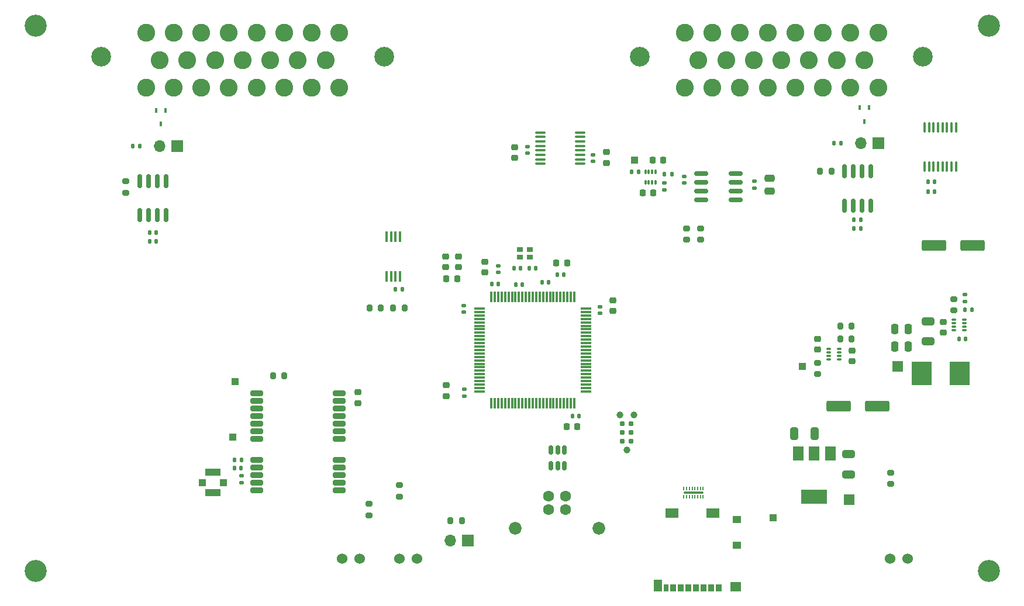
<source format=gbr>
G04 #@! TF.GenerationSoftware,KiCad,Pcbnew,7.0.8*
G04 #@! TF.CreationDate,2024-01-21T01:37:22-07:00*
G04 #@! TF.ProjectId,sdm24logger,73646d32-346c-46f6-9767-65722e6b6963,v3.1*
G04 #@! TF.SameCoordinates,Original*
G04 #@! TF.FileFunction,Soldermask,Top*
G04 #@! TF.FilePolarity,Negative*
%FSLAX46Y46*%
G04 Gerber Fmt 4.6, Leading zero omitted, Abs format (unit mm)*
G04 Created by KiCad (PCBNEW 7.0.8) date 2024-01-21 01:37:22*
%MOMM*%
%LPD*%
G01*
G04 APERTURE LIST*
G04 Aperture macros list*
%AMRoundRect*
0 Rectangle with rounded corners*
0 $1 Rounding radius*
0 $2 $3 $4 $5 $6 $7 $8 $9 X,Y pos of 4 corners*
0 Add a 4 corners polygon primitive as box body*
4,1,4,$2,$3,$4,$5,$6,$7,$8,$9,$2,$3,0*
0 Add four circle primitives for the rounded corners*
1,1,$1+$1,$2,$3*
1,1,$1+$1,$4,$5*
1,1,$1+$1,$6,$7*
1,1,$1+$1,$8,$9*
0 Add four rect primitives between the rounded corners*
20,1,$1+$1,$2,$3,$4,$5,0*
20,1,$1+$1,$4,$5,$6,$7,0*
20,1,$1+$1,$6,$7,$8,$9,0*
20,1,$1+$1,$8,$9,$2,$3,0*%
G04 Aperture macros list end*
%ADD10RoundRect,0.140000X0.140000X0.170000X-0.140000X0.170000X-0.140000X-0.170000X0.140000X-0.170000X0*%
%ADD11RoundRect,0.135000X-0.135000X-0.185000X0.135000X-0.185000X0.135000X0.185000X-0.135000X0.185000X0*%
%ADD12RoundRect,0.200000X0.200000X0.275000X-0.200000X0.275000X-0.200000X-0.275000X0.200000X-0.275000X0*%
%ADD13RoundRect,0.140000X-0.140000X-0.170000X0.140000X-0.170000X0.140000X0.170000X-0.140000X0.170000X0*%
%ADD14RoundRect,0.225000X-0.250000X0.225000X-0.250000X-0.225000X0.250000X-0.225000X0.250000X0.225000X0*%
%ADD15RoundRect,0.250000X-1.500000X-0.550000X1.500000X-0.550000X1.500000X0.550000X-1.500000X0.550000X0*%
%ADD16RoundRect,0.200000X-0.200000X-0.275000X0.200000X-0.275000X0.200000X0.275000X-0.200000X0.275000X0*%
%ADD17RoundRect,0.225000X-0.225000X-0.250000X0.225000X-0.250000X0.225000X0.250000X-0.225000X0.250000X0*%
%ADD18RoundRect,0.225000X0.225000X0.250000X-0.225000X0.250000X-0.225000X-0.250000X0.225000X-0.250000X0*%
%ADD19R,1.000000X1.000000*%
%ADD20R,1.700000X1.700000*%
%ADD21O,1.700000X1.700000*%
%ADD22C,2.844800*%
%ADD23C,2.600000*%
%ADD24RoundRect,0.150000X-0.150000X0.512500X-0.150000X-0.512500X0.150000X-0.512500X0.150000X0.512500X0*%
%ADD25C,3.200000*%
%ADD26RoundRect,0.200000X0.275000X-0.200000X0.275000X0.200000X-0.275000X0.200000X-0.275000X-0.200000X0*%
%ADD27RoundRect,0.140000X0.170000X-0.140000X0.170000X0.140000X-0.170000X0.140000X-0.170000X-0.140000X0*%
%ADD28RoundRect,0.050000X-0.050000X0.175000X-0.050000X-0.175000X0.050000X-0.175000X0.050000X0.175000X0*%
%ADD29RoundRect,0.075000X-1.325000X0.075000X-1.325000X-0.075000X1.325000X-0.075000X1.325000X0.075000X0*%
%ADD30RoundRect,0.135000X0.185000X-0.135000X0.185000X0.135000X-0.185000X0.135000X-0.185000X-0.135000X0*%
%ADD31R,2.200000X1.050000*%
%ADD32R,2.950000X3.500000*%
%ADD33RoundRect,0.218750X0.218750X0.256250X-0.218750X0.256250X-0.218750X-0.256250X0.218750X-0.256250X0*%
%ADD34RoundRect,0.225000X0.250000X-0.225000X0.250000X0.225000X-0.250000X0.225000X-0.250000X-0.225000X0*%
%ADD35RoundRect,0.075000X0.075000X-0.260000X0.075000X0.260000X-0.075000X0.260000X-0.075000X-0.260000X0*%
%ADD36RoundRect,0.250000X-0.325000X-0.650000X0.325000X-0.650000X0.325000X0.650000X-0.325000X0.650000X0*%
%ADD37R,0.850000X1.100000*%
%ADD38R,0.750000X1.100000*%
%ADD39R,1.200000X1.000000*%
%ADD40R,1.550000X1.350000*%
%ADD41R,1.900000X1.350000*%
%ADD42R,1.170000X1.800000*%
%ADD43RoundRect,0.075000X-0.075000X0.725000X-0.075000X-0.725000X0.075000X-0.725000X0.075000X0.725000X0*%
%ADD44RoundRect,0.075000X-0.725000X0.075000X-0.725000X-0.075000X0.725000X-0.075000X0.725000X0.075000X0*%
%ADD45RoundRect,0.250000X-0.250000X-0.475000X0.250000X-0.475000X0.250000X0.475000X-0.250000X0.475000X0*%
%ADD46R,0.450000X0.700000*%
%ADD47R,1.500000X1.500000*%
%ADD48RoundRect,0.150000X0.150000X-0.825000X0.150000X0.825000X-0.150000X0.825000X-0.150000X-0.825000X0*%
%ADD49RoundRect,0.135000X-0.185000X0.135000X-0.185000X-0.135000X0.185000X-0.135000X0.185000X0.135000X0*%
%ADD50C,0.990600*%
%ADD51C,0.787400*%
%ADD52RoundRect,0.250000X-0.650000X0.325000X-0.650000X-0.325000X0.650000X-0.325000X0.650000X0.325000X0*%
%ADD53RoundRect,0.200000X-0.275000X0.200000X-0.275000X-0.200000X0.275000X-0.200000X0.275000X0.200000X0*%
%ADD54C,1.524000*%
%ADD55RoundRect,0.150000X0.825000X0.150000X-0.825000X0.150000X-0.825000X-0.150000X0.825000X-0.150000X0*%
%ADD56RoundRect,0.135000X0.135000X0.185000X-0.135000X0.185000X-0.135000X-0.185000X0.135000X-0.185000X0*%
%ADD57RoundRect,0.140000X-0.170000X0.140000X-0.170000X-0.140000X0.170000X-0.140000X0.170000X0.140000X0*%
%ADD58RoundRect,0.147500X0.172500X-0.147500X0.172500X0.147500X-0.172500X0.147500X-0.172500X-0.147500X0*%
%ADD59RoundRect,0.075000X0.260000X0.075000X-0.260000X0.075000X-0.260000X-0.075000X0.260000X-0.075000X0*%
%ADD60C,1.840000*%
%ADD61C,1.600000*%
%ADD62RoundRect,0.200000X-0.700000X-0.200000X0.700000X-0.200000X0.700000X0.200000X-0.700000X0.200000X0*%
%ADD63R,0.900000X0.800000*%
%ADD64RoundRect,0.100000X-0.100000X0.637500X-0.100000X-0.637500X0.100000X-0.637500X0.100000X0.637500X0*%
%ADD65RoundRect,0.075000X-0.260000X-0.075000X0.260000X-0.075000X0.260000X0.075000X-0.260000X0.075000X0*%
%ADD66RoundRect,0.250000X0.475000X-0.250000X0.475000X0.250000X-0.475000X0.250000X-0.475000X-0.250000X0*%
%ADD67RoundRect,0.100000X-0.100000X0.675000X-0.100000X-0.675000X0.100000X-0.675000X0.100000X0.675000X0*%
%ADD68RoundRect,0.100000X0.637500X0.100000X-0.637500X0.100000X-0.637500X-0.100000X0.637500X-0.100000X0*%
%ADD69R,1.500000X2.000000*%
%ADD70R,3.800000X2.000000*%
G04 APERTURE END LIST*
D10*
X126480000Y-111500000D03*
X125520000Y-111500000D03*
D11*
X171590000Y-91000000D03*
X172610000Y-91000000D03*
D12*
X117725000Y-145700000D03*
X116075000Y-145700000D03*
D13*
X185220000Y-98100000D03*
X186180000Y-98100000D03*
D14*
X139600000Y-113825000D03*
X139600000Y-115375000D03*
D15*
X172260000Y-129140000D03*
X177860000Y-129140000D03*
D10*
X73505000Y-103965000D03*
X72545000Y-103965000D03*
D16*
X104375000Y-114900000D03*
X106025000Y-114900000D03*
D17*
X132925000Y-132100000D03*
X134475000Y-132100000D03*
D12*
X92025000Y-124700000D03*
X90375000Y-124700000D03*
D10*
X123025000Y-111400000D03*
X122065000Y-111400000D03*
D18*
X145475000Y-98200000D03*
X143925000Y-98200000D03*
D19*
X84900000Y-125600000D03*
D12*
X174185000Y-119440000D03*
X172535000Y-119440000D03*
D16*
X169575000Y-95100000D03*
X171225000Y-95100000D03*
D20*
X76540000Y-91465000D03*
D21*
X74000000Y-91465000D03*
D22*
X65500005Y-78500115D03*
X106499999Y-78500115D03*
D23*
X99999999Y-83000000D03*
X96000000Y-83000000D03*
X92000000Y-83000000D03*
X88000000Y-83000000D03*
X84000001Y-83000000D03*
X80000001Y-83000000D03*
X76000002Y-83000000D03*
X72000002Y-83000000D03*
X98000001Y-79000000D03*
X94000001Y-79000000D03*
X90000001Y-79000000D03*
X86000002Y-79000000D03*
X82000002Y-79000000D03*
X78000003Y-79000000D03*
X74000003Y-79000000D03*
X99999999Y-75000000D03*
X96000000Y-75000000D03*
X92000000Y-75000000D03*
X88000000Y-75000000D03*
X84000001Y-75000000D03*
X80000001Y-75000000D03*
X76000002Y-75000000D03*
X72000002Y-75000000D03*
D22*
X143500005Y-78500115D03*
X184499999Y-78500115D03*
D23*
X177999999Y-83000000D03*
X174000000Y-83000000D03*
X170000000Y-83000000D03*
X166000000Y-83000000D03*
X162000001Y-83000000D03*
X158000001Y-83000000D03*
X154000002Y-83000000D03*
X150000002Y-83000000D03*
X176000001Y-79000000D03*
X172000001Y-79000000D03*
X168000001Y-79000000D03*
X164000002Y-79000000D03*
X160000002Y-79000000D03*
X156000003Y-79000000D03*
X152000003Y-79000000D03*
X177999999Y-75000000D03*
X174000000Y-75000000D03*
X170000000Y-75000000D03*
X166000000Y-75000000D03*
X162000001Y-75000000D03*
X158000001Y-75000000D03*
X154000002Y-75000000D03*
X150000002Y-75000000D03*
D24*
X132550000Y-135462500D03*
X131600000Y-135462500D03*
X130650000Y-135462500D03*
X130650000Y-137737500D03*
X131600000Y-137737500D03*
X132550000Y-137737500D03*
D10*
X85780000Y-138100000D03*
X84820000Y-138100000D03*
D19*
X162800000Y-145300000D03*
D15*
X186060000Y-105840000D03*
X191660000Y-105840000D03*
D25*
X194000000Y-74000000D03*
D26*
X179800000Y-140425000D03*
X179800000Y-138775000D03*
D10*
X175480000Y-103400000D03*
X174520000Y-103400000D03*
D27*
X118100000Y-127680000D03*
X118100000Y-126720000D03*
D28*
X152680000Y-141075000D03*
X152280000Y-141075000D03*
X151880000Y-141075000D03*
X151480000Y-141075000D03*
X151080000Y-141075000D03*
X150680000Y-141075000D03*
X150280000Y-141075000D03*
X149880000Y-141075000D03*
X149880000Y-142225000D03*
X150280000Y-142225000D03*
X150680000Y-142225000D03*
X151080000Y-142225000D03*
X151480000Y-142225000D03*
X151880000Y-142225000D03*
X152280000Y-142225000D03*
X152680000Y-142225000D03*
D29*
X151280000Y-141650000D03*
D27*
X160075000Y-97515000D03*
X160075000Y-96555000D03*
D30*
X147030000Y-97770000D03*
X147030000Y-96750000D03*
D19*
X83200000Y-140200000D03*
D31*
X81700000Y-141675000D03*
D19*
X80200000Y-140200000D03*
D31*
X81700000Y-138725000D03*
D10*
X128460000Y-109170000D03*
X127500000Y-109170000D03*
D32*
X184335000Y-124400000D03*
X189785000Y-124400000D03*
D26*
X104300000Y-144925000D03*
X104300000Y-143275000D03*
D10*
X126260000Y-109170000D03*
X125300000Y-109170000D03*
D33*
X117085000Y-110697500D03*
X115510000Y-110697500D03*
D27*
X123000000Y-109780000D03*
X123000000Y-108820000D03*
D34*
X115410000Y-108972500D03*
X115410000Y-107422500D03*
D19*
X167060000Y-123340000D03*
D35*
X144300000Y-96700000D03*
X144800000Y-96700000D03*
X145300000Y-96700000D03*
X145800000Y-96700000D03*
X145800000Y-95220000D03*
X145300000Y-95220000D03*
X144800000Y-95220000D03*
X144300000Y-95220000D03*
D36*
X165835000Y-133140000D03*
X168785000Y-133140000D03*
D37*
X154945000Y-155450000D03*
X153845000Y-155450000D03*
X152745000Y-155450000D03*
X151645000Y-155450000D03*
X150545000Y-155450000D03*
X149445000Y-155450000D03*
X148345000Y-155450000D03*
D38*
X147295000Y-155450000D03*
D39*
X157580000Y-149300000D03*
X157580000Y-145600000D03*
D40*
X157405000Y-155325000D03*
D41*
X154080000Y-144625000D03*
X148110000Y-144625000D03*
D42*
X146085000Y-155100000D03*
D43*
X134000000Y-113325000D03*
X133500000Y-113325000D03*
X133000000Y-113325000D03*
X132500000Y-113325000D03*
X132000000Y-113325000D03*
X131500000Y-113325000D03*
X131000000Y-113325000D03*
X130500000Y-113325000D03*
X130000000Y-113325000D03*
X129500000Y-113325000D03*
X129000000Y-113325000D03*
X128500000Y-113325000D03*
X128000000Y-113325000D03*
X127500000Y-113325000D03*
X127000000Y-113325000D03*
X126500000Y-113325000D03*
X126000000Y-113325000D03*
X125500000Y-113325000D03*
X125000000Y-113325000D03*
X124500000Y-113325000D03*
X124000000Y-113325000D03*
X123500000Y-113325000D03*
X123000000Y-113325000D03*
X122500000Y-113325000D03*
X122000000Y-113325000D03*
D44*
X120325000Y-115000000D03*
X120325000Y-115500000D03*
X120325000Y-116000000D03*
X120325000Y-116500000D03*
X120325000Y-117000000D03*
X120325000Y-117500000D03*
X120325000Y-118000000D03*
X120325000Y-118500000D03*
X120325000Y-119000000D03*
X120325000Y-119500000D03*
X120325000Y-120000000D03*
X120325000Y-120500000D03*
X120325000Y-121000000D03*
X120325000Y-121500000D03*
X120325000Y-122000000D03*
X120325000Y-122500000D03*
X120325000Y-123000000D03*
X120325000Y-123500000D03*
X120325000Y-124000000D03*
X120325000Y-124500000D03*
X120325000Y-125000000D03*
X120325000Y-125500000D03*
X120325000Y-126000000D03*
X120325000Y-126500000D03*
X120325000Y-127000000D03*
D43*
X122000000Y-128675000D03*
X122500000Y-128675000D03*
X123000000Y-128675000D03*
X123500000Y-128675000D03*
X124000000Y-128675000D03*
X124500000Y-128675000D03*
X125000000Y-128675000D03*
X125500000Y-128675000D03*
X126000000Y-128675000D03*
X126500000Y-128675000D03*
X127000000Y-128675000D03*
X127500000Y-128675000D03*
X128000000Y-128675000D03*
X128500000Y-128675000D03*
X129000000Y-128675000D03*
X129500000Y-128675000D03*
X130000000Y-128675000D03*
X130500000Y-128675000D03*
X131000000Y-128675000D03*
X131500000Y-128675000D03*
X132000000Y-128675000D03*
X132500000Y-128675000D03*
X133000000Y-128675000D03*
X133500000Y-128675000D03*
X134000000Y-128675000D03*
D44*
X135675000Y-127000000D03*
X135675000Y-126500000D03*
X135675000Y-126000000D03*
X135675000Y-125500000D03*
X135675000Y-125000000D03*
X135675000Y-124500000D03*
X135675000Y-124000000D03*
X135675000Y-123500000D03*
X135675000Y-123000000D03*
X135675000Y-122500000D03*
X135675000Y-122000000D03*
X135675000Y-121500000D03*
X135675000Y-121000000D03*
X135675000Y-120500000D03*
X135675000Y-120000000D03*
X135675000Y-119500000D03*
X135675000Y-119000000D03*
X135675000Y-118500000D03*
X135675000Y-118000000D03*
X135675000Y-117500000D03*
X135675000Y-117000000D03*
X135675000Y-116500000D03*
X135675000Y-116000000D03*
X135675000Y-115500000D03*
X135675000Y-115000000D03*
D20*
X178075000Y-91000000D03*
D21*
X175535000Y-91000000D03*
D27*
X118045000Y-115490000D03*
X118045000Y-114530000D03*
D17*
X145355000Y-93460000D03*
X146905000Y-93460000D03*
D45*
X180450000Y-120460000D03*
X182350000Y-120460000D03*
D46*
X176650000Y-85900000D03*
X175350000Y-85900000D03*
X176000000Y-87900000D03*
X74795000Y-86275000D03*
X73495000Y-86275000D03*
X74145000Y-88275000D03*
D13*
X131520000Y-110100000D03*
X132480000Y-110100000D03*
D47*
X180860000Y-123400000D03*
D14*
X187410000Y-116925000D03*
X187410000Y-118475000D03*
X115500000Y-126125000D03*
X115500000Y-127675000D03*
D48*
X173095000Y-100075000D03*
X174365000Y-100075000D03*
X175635000Y-100075000D03*
X176905000Y-100075000D03*
X176905000Y-95125000D03*
X175635000Y-95125000D03*
X174365000Y-95125000D03*
X173095000Y-95125000D03*
D26*
X69100000Y-98225000D03*
X69100000Y-96575000D03*
D20*
X118575000Y-148600000D03*
D21*
X116035000Y-148600000D03*
D25*
X56000000Y-74000000D03*
D48*
X71095000Y-101475000D03*
X72365000Y-101475000D03*
X73635000Y-101475000D03*
X74905000Y-101475000D03*
X74905000Y-96525000D03*
X73635000Y-96525000D03*
X72365000Y-96525000D03*
X71095000Y-96525000D03*
D49*
X190600000Y-112990000D03*
X190600000Y-114010000D03*
D12*
X109425000Y-114900000D03*
X107775000Y-114900000D03*
D14*
X174260000Y-121065000D03*
X174260000Y-122615000D03*
D25*
X56000000Y-153000000D03*
D50*
X141616000Y-135480000D03*
X140600000Y-130400000D03*
X142632000Y-130400000D03*
D51*
X142251000Y-134210000D03*
X140981000Y-134210000D03*
X142251000Y-132940000D03*
X140981000Y-132940000D03*
X142251000Y-131670000D03*
X140981000Y-131670000D03*
D52*
X185200000Y-116825000D03*
X185200000Y-119775000D03*
D53*
X150300000Y-103375000D03*
X150300000Y-105025000D03*
X108700000Y-140575000D03*
X108700000Y-142225000D03*
X169210000Y-122840000D03*
X169210000Y-124490000D03*
D27*
X149900000Y-96780000D03*
X149900000Y-95820000D03*
D54*
X111270000Y-151270000D03*
X108730000Y-151270000D03*
D26*
X188960000Y-115265000D03*
X188960000Y-113615000D03*
D27*
X127200000Y-92480000D03*
X127200000Y-91520000D03*
D54*
X102970000Y-151270000D03*
X100430000Y-151270000D03*
D52*
X173710000Y-136065000D03*
X173710000Y-139015000D03*
D34*
X125400000Y-93175000D03*
X125400000Y-91625000D03*
D16*
X172535000Y-117540000D03*
X174185000Y-117540000D03*
D19*
X142730000Y-93460000D03*
D10*
X134680000Y-130600000D03*
X133720000Y-130600000D03*
D55*
X157350000Y-99240000D03*
X157350000Y-97970000D03*
X157350000Y-96700000D03*
X157350000Y-95430000D03*
X152400000Y-95430000D03*
X152400000Y-96700000D03*
X152400000Y-97970000D03*
X152400000Y-99240000D03*
D56*
X143310000Y-95160000D03*
X142290000Y-95160000D03*
D57*
X137745000Y-114720000D03*
X137745000Y-115680000D03*
D10*
X175480000Y-102100000D03*
X174520000Y-102100000D03*
D58*
X85800000Y-140185000D03*
X85800000Y-139215000D03*
D59*
X172360000Y-122340000D03*
X172360000Y-121840000D03*
X172360000Y-121340000D03*
X172360000Y-120840000D03*
X170880000Y-120840000D03*
X170880000Y-121340000D03*
X170880000Y-121840000D03*
X170880000Y-122340000D03*
D11*
X190550000Y-115200000D03*
X191570000Y-115200000D03*
D34*
X117210000Y-108972500D03*
X117210000Y-107422500D03*
D60*
X125490000Y-146870000D03*
X137530000Y-146870000D03*
D61*
X132760000Y-142160000D03*
X130260000Y-142160000D03*
X130260000Y-144160000D03*
X132760000Y-144160000D03*
D62*
X88000000Y-127300000D03*
X88000000Y-128400000D03*
X88000000Y-129500000D03*
X88000000Y-130600000D03*
X88000000Y-131700000D03*
X88000000Y-132800000D03*
X88000000Y-133900000D03*
X88000000Y-136900000D03*
X88000000Y-138000000D03*
X88000000Y-139100000D03*
X88000000Y-140200000D03*
X88000000Y-141300000D03*
X100000000Y-141300000D03*
X100000000Y-140200000D03*
X100000000Y-139100000D03*
X100000000Y-138000000D03*
X100000000Y-136900000D03*
X100000000Y-133900000D03*
X100000000Y-132800000D03*
X100000000Y-131700000D03*
X100000000Y-130600000D03*
X100000000Y-129500000D03*
X100000000Y-128400000D03*
X100000000Y-127300000D03*
D63*
X127580000Y-106420000D03*
X126180000Y-106420000D03*
X126180000Y-107520000D03*
X127580000Y-107520000D03*
D25*
X194000000Y-153000000D03*
D64*
X189275000Y-88737500D03*
X188625000Y-88737500D03*
X187975000Y-88737500D03*
X187325000Y-88737500D03*
X186675000Y-88737500D03*
X186025000Y-88737500D03*
X185375000Y-88737500D03*
X184725000Y-88737500D03*
X184725000Y-94462500D03*
X185375000Y-94462500D03*
X186025000Y-94462500D03*
X186675000Y-94462500D03*
X187325000Y-94462500D03*
X187975000Y-94462500D03*
X188625000Y-94462500D03*
X189275000Y-94462500D03*
D11*
X147090000Y-95500000D03*
X148110000Y-95500000D03*
D34*
X138700000Y-93875000D03*
X138700000Y-92325000D03*
X169210000Y-120915000D03*
X169210000Y-119365000D03*
D65*
X188980000Y-116640000D03*
X188980000Y-117140000D03*
X188980000Y-117640000D03*
X188980000Y-118140000D03*
X190460000Y-118140000D03*
X190460000Y-117640000D03*
X190460000Y-117140000D03*
X190460000Y-116640000D03*
D34*
X121100000Y-109775000D03*
X121100000Y-108225000D03*
D17*
X131425000Y-108400000D03*
X132975000Y-108400000D03*
D66*
X162275000Y-97985000D03*
X162275000Y-96085000D03*
D56*
X85810000Y-136900000D03*
X84790000Y-136900000D03*
D19*
X84600000Y-133600000D03*
D34*
X102700000Y-128675000D03*
X102700000Y-127125000D03*
D67*
X108775000Y-104540000D03*
X108125000Y-104540000D03*
X107475000Y-104540000D03*
X106825000Y-104540000D03*
X106825000Y-110340000D03*
X107475000Y-110340000D03*
X108125000Y-110340000D03*
X108775000Y-110340000D03*
D27*
X136700000Y-93680000D03*
X136700000Y-92720000D03*
D10*
X190680000Y-119400000D03*
X189720000Y-119400000D03*
D13*
X185220000Y-96600000D03*
X186180000Y-96600000D03*
D68*
X134865000Y-94020000D03*
X134865000Y-93370000D03*
X134865000Y-92720000D03*
X134865000Y-92070000D03*
X134865000Y-91420000D03*
X134865000Y-90770000D03*
X134865000Y-90120000D03*
X134865000Y-89470000D03*
X129140000Y-89470000D03*
X129140000Y-90120000D03*
X129140000Y-90770000D03*
X129140000Y-91420000D03*
X129140000Y-92070000D03*
X129140000Y-92720000D03*
X129140000Y-93370000D03*
X129140000Y-94020000D03*
D53*
X152300000Y-103375000D03*
X152300000Y-105025000D03*
D47*
X173800000Y-142700000D03*
D69*
X171060000Y-135990000D03*
X168760000Y-135990000D03*
D70*
X168760000Y-142290000D03*
D69*
X166460000Y-135990000D03*
D10*
X109080000Y-112200000D03*
X108120000Y-112200000D03*
X73505000Y-105265000D03*
X72545000Y-105265000D03*
D54*
X182270000Y-151270000D03*
X179730000Y-151270000D03*
D45*
X180450000Y-117960000D03*
X182350000Y-117960000D03*
D11*
X70090000Y-91490000D03*
X71110000Y-91490000D03*
D13*
X129320000Y-111200000D03*
X130280000Y-111200000D03*
M02*

</source>
